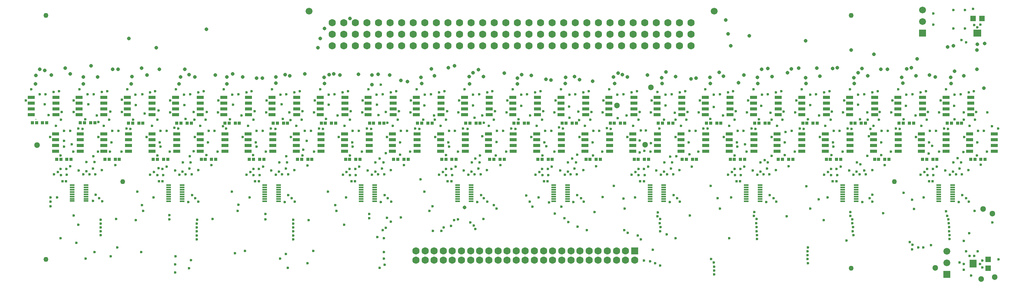
<source format=gbs>
G04*
G04 #@! TF.GenerationSoftware,Altium Limited,Altium Designer,23.2.1 (34)*
G04*
G04 Layer_Color=16711935*
%FSLAX44Y44*%
%MOMM*%
G71*
G04*
G04 #@! TF.SameCoordinates,4AEFFC81-8D6A-4C92-BCC4-55949A9363D9*
G04*
G04*
G04 #@! TF.FilePolarity,Negative*
G04*
G01*
G75*
%ADD34R,0.5200X0.5200*%
%ADD43R,0.6500X0.6500*%
%ADD48C,1.6000*%
%ADD49R,1.6000X1.6000*%
%ADD50C,1.5000*%
%ADD51R,1.5000X1.5000*%
%ADD52C,1.1000*%
%ADD53C,0.3200*%
%ADD54C,0.6000*%
%ADD55C,0.8000*%
%ADD56C,1.3000*%
G04:AMPARAMS|DCode=78|XSize=1.05mm|YSize=0.3mm|CornerRadius=0.0495mm|HoleSize=0mm|Usage=FLASHONLY|Rotation=180.000|XOffset=0mm|YOffset=0mm|HoleType=Round|Shape=RoundedRectangle|*
%AMROUNDEDRECTD78*
21,1,1.0500,0.2010,0,0,180.0*
21,1,0.9510,0.3000,0,0,180.0*
1,1,0.0990,-0.4755,0.1005*
1,1,0.0990,0.4755,0.1005*
1,1,0.0990,0.4755,-0.1005*
1,1,0.0990,-0.4755,-0.1005*
%
%ADD78ROUNDEDRECTD78*%
%ADD80R,1.3000X1.3000*%
%ADD81R,1.6000X1.7000*%
%ADD82R,1.3000X1.3000*%
%ADD83R,1.7000X1.6000*%
%ADD84R,1.6250X0.7500*%
D34*
X308731Y225596D02*
D03*
X300731D02*
D03*
X520021D02*
D03*
X512021D02*
D03*
X731311D02*
D03*
X723311D02*
D03*
X942600D02*
D03*
X934600D02*
D03*
X1153890D02*
D03*
X1145890D02*
D03*
X1365180D02*
D03*
X1357180D02*
D03*
X1576470D02*
D03*
X1568470D02*
D03*
X1787759D02*
D03*
X1779759D02*
D03*
X1999049D02*
D03*
X1991049D02*
D03*
X97396Y225793D02*
D03*
X89396D02*
D03*
D43*
X137817Y353787D02*
D03*
X128817D02*
D03*
X160317D02*
D03*
X151317D02*
D03*
X191755Y273659D02*
D03*
X182755D02*
D03*
X214255D02*
D03*
X205255D02*
D03*
X243409Y353592D02*
D03*
X234408D02*
D03*
X265909D02*
D03*
X256909D02*
D03*
X297685Y273405D02*
D03*
X288685D02*
D03*
X320185D02*
D03*
X311185D02*
D03*
X349399Y353533D02*
D03*
X340399D02*
D03*
X371899D02*
D03*
X362899D02*
D03*
X403095Y273405D02*
D03*
X394095D02*
D03*
X425595D02*
D03*
X416595D02*
D03*
X455063Y353533D02*
D03*
X446063D02*
D03*
X477563D02*
D03*
X468563D02*
D03*
X508505Y273405D02*
D03*
X499505D02*
D03*
X531005D02*
D03*
X522005D02*
D03*
X560727Y353533D02*
D03*
X551727D02*
D03*
X583227D02*
D03*
X574227D02*
D03*
X614169Y273405D02*
D03*
X605169D02*
D03*
X636669D02*
D03*
X627669D02*
D03*
X666391Y353533D02*
D03*
X657391D02*
D03*
X688891D02*
D03*
X679891D02*
D03*
X719579Y273405D02*
D03*
X710579D02*
D03*
X742079D02*
D03*
X733079D02*
D03*
X772055Y353533D02*
D03*
X763055D02*
D03*
X794555D02*
D03*
X785555D02*
D03*
X825243Y273405D02*
D03*
X816243D02*
D03*
X847743D02*
D03*
X838743D02*
D03*
X877719Y353533D02*
D03*
X868719D02*
D03*
X900219D02*
D03*
X891219D02*
D03*
X930653Y273405D02*
D03*
X921653D02*
D03*
X953153D02*
D03*
X944153D02*
D03*
X983383Y353533D02*
D03*
X974383D02*
D03*
X1005883D02*
D03*
X996883D02*
D03*
X1036063Y273405D02*
D03*
X1027063D02*
D03*
X1058563D02*
D03*
X1049563D02*
D03*
X1089047Y353533D02*
D03*
X1080047D02*
D03*
X1111547D02*
D03*
X1102547D02*
D03*
X1141727Y273405D02*
D03*
X1132727D02*
D03*
X1164227D02*
D03*
X1155227D02*
D03*
X1194711Y353533D02*
D03*
X1185711D02*
D03*
X1217211D02*
D03*
X1208211D02*
D03*
X1247137Y273405D02*
D03*
X1238137D02*
D03*
X1269637D02*
D03*
X1260637D02*
D03*
X1300375Y353533D02*
D03*
X1291375D02*
D03*
X1322875D02*
D03*
X1313875D02*
D03*
X1352801Y273405D02*
D03*
X1343801D02*
D03*
X1375301D02*
D03*
X1366301D02*
D03*
X1406039Y353533D02*
D03*
X1397039D02*
D03*
X1428539D02*
D03*
X1419539D02*
D03*
X1458211Y273405D02*
D03*
X1449211D02*
D03*
X1480711D02*
D03*
X1471711D02*
D03*
X1511703Y353533D02*
D03*
X1502703D02*
D03*
X1534203D02*
D03*
X1525203D02*
D03*
X1563875Y273405D02*
D03*
X1554875D02*
D03*
X1586375D02*
D03*
X1577375D02*
D03*
X1617367Y353533D02*
D03*
X1608367D02*
D03*
X1639867D02*
D03*
X1630867D02*
D03*
X1669285Y273405D02*
D03*
X1660285D02*
D03*
X1691785D02*
D03*
X1682785D02*
D03*
X1723031Y353533D02*
D03*
X1714031D02*
D03*
X1745531D02*
D03*
X1736531D02*
D03*
X1774695Y273405D02*
D03*
X1765695D02*
D03*
X1797195D02*
D03*
X1788195D02*
D03*
X1828695Y353533D02*
D03*
X1819695D02*
D03*
X1851195D02*
D03*
X1842195D02*
D03*
X1880359Y273405D02*
D03*
X1871359D02*
D03*
X1902859D02*
D03*
X1893859D02*
D03*
X1934359Y353533D02*
D03*
X1925359D02*
D03*
X1956859D02*
D03*
X1947859D02*
D03*
X1985769Y273405D02*
D03*
X1976769D02*
D03*
X2008269D02*
D03*
X1999269D02*
D03*
X2040023Y353533D02*
D03*
X2031023D02*
D03*
X2062523D02*
D03*
X2053523D02*
D03*
X2091433Y273405D02*
D03*
X2082433D02*
D03*
X2113933D02*
D03*
X2104933D02*
D03*
X45837Y353872D02*
D03*
X54837D02*
D03*
X23337D02*
D03*
X32336D02*
D03*
X86091Y273659D02*
D03*
X77091D02*
D03*
X108075Y273900D02*
D03*
X99074D02*
D03*
D48*
X865000Y51750D02*
D03*
Y71750D02*
D03*
X885000Y51750D02*
D03*
Y71750D02*
D03*
X905000Y51750D02*
D03*
Y71750D02*
D03*
X925000Y51750D02*
D03*
Y71750D02*
D03*
X945000Y51750D02*
D03*
Y71750D02*
D03*
X965000Y51750D02*
D03*
Y71750D02*
D03*
X985000Y51750D02*
D03*
Y71750D02*
D03*
X1005000Y51750D02*
D03*
Y71750D02*
D03*
X1025000Y51750D02*
D03*
Y71750D02*
D03*
X1045000Y51750D02*
D03*
Y71750D02*
D03*
X1065000Y51750D02*
D03*
Y71750D02*
D03*
X1085000Y51750D02*
D03*
Y71750D02*
D03*
X1105000Y51750D02*
D03*
Y71750D02*
D03*
X1125000Y51750D02*
D03*
Y71750D02*
D03*
X1145000Y51750D02*
D03*
Y71750D02*
D03*
X1165000Y51750D02*
D03*
Y71750D02*
D03*
X1185000Y51750D02*
D03*
Y71750D02*
D03*
X1205000Y51750D02*
D03*
Y71750D02*
D03*
X1225000Y51750D02*
D03*
Y71750D02*
D03*
X1245000Y51750D02*
D03*
Y71750D02*
D03*
X1265000Y51750D02*
D03*
Y71750D02*
D03*
X1285000Y51750D02*
D03*
Y71750D02*
D03*
X1305000Y51750D02*
D03*
Y71750D02*
D03*
X1325000Y51750D02*
D03*
Y71750D02*
D03*
X1345000Y51750D02*
D03*
X1468700Y523649D02*
D03*
X1443300D02*
D03*
X1417900D02*
D03*
X1392500D02*
D03*
X1367100D02*
D03*
X1341700D02*
D03*
X1316300D02*
D03*
X1290900D02*
D03*
X1265500D02*
D03*
X1240100D02*
D03*
X1214700D02*
D03*
X1189300D02*
D03*
X1163900D02*
D03*
X1138500D02*
D03*
X1113100D02*
D03*
X1087700D02*
D03*
X1062300D02*
D03*
X1036900D02*
D03*
X1011500D02*
D03*
X986100D02*
D03*
X960700D02*
D03*
X935300D02*
D03*
X909900D02*
D03*
X884500D02*
D03*
X859100D02*
D03*
X833700D02*
D03*
X808300D02*
D03*
X782900D02*
D03*
X757500D02*
D03*
X732100D02*
D03*
X706700D02*
D03*
X681300D02*
D03*
X1468700Y549049D02*
D03*
X1443300D02*
D03*
X1417900D02*
D03*
X1392500D02*
D03*
X1367100D02*
D03*
X1341700D02*
D03*
X1316300D02*
D03*
X1290900D02*
D03*
X1265500D02*
D03*
X1240100D02*
D03*
X1214700D02*
D03*
X1189300D02*
D03*
X1163900D02*
D03*
X1138500D02*
D03*
X1113100D02*
D03*
X1087700D02*
D03*
X1062300D02*
D03*
X1036900D02*
D03*
X1011500D02*
D03*
X986100D02*
D03*
X960700D02*
D03*
X935300D02*
D03*
X909900D02*
D03*
X884500D02*
D03*
X859100D02*
D03*
X833700D02*
D03*
X808300D02*
D03*
X782900D02*
D03*
X757500D02*
D03*
X732100D02*
D03*
X706700D02*
D03*
X681300D02*
D03*
X1468700Y574449D02*
D03*
X1443300D02*
D03*
X1417900D02*
D03*
X1392500D02*
D03*
X1367100D02*
D03*
X1341700D02*
D03*
X1316300D02*
D03*
X1290900D02*
D03*
X1265500D02*
D03*
X1240100D02*
D03*
X1214700D02*
D03*
X1189300D02*
D03*
X1163900D02*
D03*
X1138500D02*
D03*
X1113100D02*
D03*
X1087700D02*
D03*
X1062300D02*
D03*
X1036900D02*
D03*
X1011500D02*
D03*
X986100D02*
D03*
X960700D02*
D03*
X935300D02*
D03*
X909900D02*
D03*
X884500D02*
D03*
X859100D02*
D03*
X833700D02*
D03*
X808300D02*
D03*
X782900D02*
D03*
X757500D02*
D03*
X732100D02*
D03*
X706700D02*
D03*
X681300D02*
D03*
D49*
X1345000Y71750D02*
D03*
D50*
X630500Y599849D02*
D03*
X1519500D02*
D03*
X2030364Y71589D02*
D03*
Y46189D02*
D03*
X1976410Y576656D02*
D03*
Y602056D02*
D03*
D51*
X2030364Y20789D02*
D03*
X1976410Y551256D02*
D03*
D52*
X1820000Y34014D02*
D03*
X53438Y53204D02*
D03*
Y590000D02*
D03*
X1820000D02*
D03*
X1914714Y224453D02*
D03*
X221532D02*
D03*
D53*
X31068Y361949D02*
D03*
D54*
X139460D02*
D03*
X244000Y360949D02*
D03*
X359279Y362949D02*
D03*
X457000Y361949D02*
D03*
X573000Y362949D02*
D03*
X667460D02*
D03*
X783000Y370949D02*
D03*
X881000Y360949D02*
D03*
X994076Y364949D02*
D03*
X1090460Y361949D02*
D03*
X1409000Y360949D02*
D03*
X1511000Y362949D02*
D03*
X1618000Y361949D02*
D03*
X1725000D02*
D03*
X1839257D02*
D03*
X1935000D02*
D03*
X2047000D02*
D03*
X298129Y281949D02*
D03*
X405000Y282949D02*
D03*
X508000D02*
D03*
X719833Y281949D02*
D03*
X830000Y283949D02*
D03*
X931096Y282949D02*
D03*
X1040000Y281949D02*
D03*
X1143000D02*
D03*
X1253931D02*
D03*
X1356000Y288949D02*
D03*
X1465004Y284949D02*
D03*
X1564000Y281949D02*
D03*
X1674000Y282949D02*
D03*
X1777000D02*
D03*
X1886000D02*
D03*
X1990000Y285949D02*
D03*
X616000Y281949D02*
D03*
X1201747Y364696D02*
D03*
X2096000Y281949D02*
D03*
X193531Y290489D02*
D03*
X1307508Y363949D02*
D03*
X85000Y281949D02*
D03*
X468149Y66855D02*
D03*
X490000Y72170D02*
D03*
X639594D02*
D03*
X250000Y140000D02*
D03*
X1013097Y142189D02*
D03*
X875000Y230000D02*
D03*
X206874Y142549D02*
D03*
X418638Y142295D02*
D03*
X630000Y140000D02*
D03*
X1730650Y165101D02*
D03*
X1512343Y54406D02*
D03*
X1760000Y140000D02*
D03*
X1810000Y95000D02*
D03*
X567227Y55310D02*
D03*
X627342Y45139D02*
D03*
X1954376Y85720D02*
D03*
X1953483Y75552D02*
D03*
X1967169Y80015D02*
D03*
X1995000Y84507D02*
D03*
X1978634Y80050D02*
D03*
X1935000Y200000D02*
D03*
X2083210Y18210D02*
D03*
X2000000Y570000D02*
D03*
X2000156Y594879D02*
D03*
X1187250Y341296D02*
D03*
X1178998Y343718D02*
D03*
X1292561Y340849D02*
D03*
X1284092Y342348D02*
D03*
X343216Y341051D02*
D03*
X334820Y342915D02*
D03*
X1083124Y340974D02*
D03*
X1715998Y340465D02*
D03*
X978045Y340843D02*
D03*
X661007Y340752D02*
D03*
X1010508Y324070D02*
D03*
X872206Y340876D02*
D03*
X1399641Y341124D02*
D03*
X1927038Y340593D02*
D03*
X448468Y341073D02*
D03*
X441482Y346088D02*
D03*
X1610432Y340471D02*
D03*
X767202Y340743D02*
D03*
X238421Y340834D02*
D03*
X1821269Y340487D02*
D03*
X2032326Y340471D02*
D03*
X2142623Y341059D02*
D03*
X2128900Y346188D02*
D03*
X584090Y35319D02*
D03*
X580000Y65000D02*
D03*
X785000Y35000D02*
D03*
X796462Y41462D02*
D03*
X795000Y55000D02*
D03*
Y70000D02*
D03*
X195000Y60000D02*
D03*
X85000Y100000D02*
D03*
X140000Y55000D02*
D03*
X120000Y90000D02*
D03*
X160000Y70000D02*
D03*
X210000Y80000D02*
D03*
X475197Y173568D02*
D03*
X473696Y160065D02*
D03*
X262240Y70000D02*
D03*
X337450Y60075D02*
D03*
X371418Y51923D02*
D03*
X366889Y34259D02*
D03*
X1552433Y100000D02*
D03*
X1724256Y62600D02*
D03*
X1723995Y71402D02*
D03*
X1725000Y80000D02*
D03*
X1725042Y44730D02*
D03*
X1724314Y54000D02*
D03*
X1948522Y92020D02*
D03*
X1519710Y37600D02*
D03*
Y29000D02*
D03*
Y20400D02*
D03*
X1518908Y46402D02*
D03*
X336335Y42803D02*
D03*
Y24803D02*
D03*
X780000Y102710D02*
D03*
X795000Y100000D02*
D03*
X792012Y117846D02*
D03*
X799149Y122643D02*
D03*
X810000Y136540D02*
D03*
X1401143Y39608D02*
D03*
X1390000Y45000D02*
D03*
X1378877Y49580D02*
D03*
X1365654Y51357D02*
D03*
X1120609Y169576D02*
D03*
X1274605Y190308D02*
D03*
X1385000Y75000D02*
D03*
X1415000Y108924D02*
D03*
X1435000Y100000D02*
D03*
X1351483Y105698D02*
D03*
X1358460Y97706D02*
D03*
X1330000Y112290D02*
D03*
X1321791Y118207D02*
D03*
X1240000Y117514D02*
D03*
X1219605Y125308D02*
D03*
X1199605Y135308D02*
D03*
X1190752Y144041D02*
D03*
X1115113Y180354D02*
D03*
X1184000Y169949D02*
D03*
X1157136Y178962D02*
D03*
X942400Y127600D02*
D03*
X984729Y134866D02*
D03*
X925631Y123750D02*
D03*
X902433Y116370D02*
D03*
X920850D02*
D03*
X1323000Y164949D02*
D03*
X1532000D02*
D03*
X1958173Y164550D02*
D03*
X991633Y127914D02*
D03*
X995000Y120000D02*
D03*
X1014357Y188236D02*
D03*
X801352Y144853D02*
D03*
X895000Y160239D02*
D03*
X707507Y130000D02*
D03*
X949199Y139868D02*
D03*
X595674Y106400D02*
D03*
Y115000D02*
D03*
Y97800D02*
D03*
X762723Y143850D02*
D03*
X957685Y141264D02*
D03*
X595974Y140995D02*
D03*
X831701Y145659D02*
D03*
X595674Y132400D02*
D03*
Y123800D02*
D03*
X535106Y153039D02*
D03*
Y141384D02*
D03*
X1007727Y195277D02*
D03*
X1021775Y180818D02*
D03*
X999496Y179876D02*
D03*
X1050550Y260648D02*
D03*
X987558Y267252D02*
D03*
X1001908Y253092D02*
D03*
X1021037Y250054D02*
D03*
X1004830Y267252D02*
D03*
X995628Y275321D02*
D03*
X987050Y246932D02*
D03*
X1005968Y281949D02*
D03*
X993654Y240328D02*
D03*
X1007012Y240478D02*
D03*
X970286Y248710D02*
D03*
X980192Y240074D02*
D03*
X944274Y239208D02*
D03*
X943026Y252288D02*
D03*
X915930Y240074D02*
D03*
X924312Y245662D02*
D03*
X931194Y239058D02*
D03*
X951887Y257913D02*
D03*
X930767Y252288D02*
D03*
X1395422Y421889D02*
D03*
X2130000Y134449D02*
D03*
X2143100Y53809D02*
D03*
X2066900Y30949D02*
D03*
Y43649D02*
D03*
X2097380Y71589D02*
D03*
X2102460Y43649D02*
D03*
X2107540Y36029D02*
D03*
Y51269D02*
D03*
X2079600Y61429D02*
D03*
X2071980Y71589D02*
D03*
X2089760Y61429D02*
D03*
X2078765Y110741D02*
D03*
X2066900Y94449D02*
D03*
X124074Y341400D02*
D03*
X62570Y323195D02*
D03*
X109668Y306744D02*
D03*
X93000Y313949D02*
D03*
X106304Y336630D02*
D03*
X93075Y336400D02*
D03*
X74694Y347483D02*
D03*
X133301Y340746D02*
D03*
X113694Y377483D02*
D03*
X87989Y377656D02*
D03*
X86415Y360764D02*
D03*
X92885Y302010D02*
D03*
X113020Y290453D02*
D03*
X59265Y370894D02*
D03*
X508187Y252288D02*
D03*
X598458Y250054D02*
D03*
X582251Y267252D02*
D03*
X579328Y253092D02*
D03*
X571075Y240328D02*
D03*
X584433Y240478D02*
D03*
X557613Y240074D02*
D03*
X564471Y246932D02*
D03*
X564979Y267252D02*
D03*
X580219Y280332D02*
D03*
X547707Y248710D02*
D03*
X529308Y257913D02*
D03*
X500463Y189737D02*
D03*
X627142Y260024D02*
D03*
X585147Y195277D02*
D03*
X592285Y188071D02*
D03*
X576917Y179876D02*
D03*
X599195Y180818D02*
D03*
X493351Y240074D02*
D03*
X508615Y239058D02*
D03*
X501733Y245662D02*
D03*
X521695Y239208D02*
D03*
X520446Y252288D02*
D03*
X787887Y437710D02*
D03*
X323816Y141925D02*
D03*
X1036000Y172949D02*
D03*
X1041816Y165133D02*
D03*
X384384Y97800D02*
D03*
Y106400D02*
D03*
Y115000D02*
D03*
Y123800D02*
D03*
Y132400D02*
D03*
X384685Y140995D02*
D03*
X173301Y141143D02*
D03*
X173000Y132549D02*
D03*
Y123949D02*
D03*
Y115149D02*
D03*
Y106549D02*
D03*
X762723Y153039D02*
D03*
X1395579Y157010D02*
D03*
X1394737Y148452D02*
D03*
X1401148Y142720D02*
D03*
X1606659Y149088D02*
D03*
X1607370Y157659D02*
D03*
X1612438Y142720D02*
D03*
X1818000Y157949D02*
D03*
X1818440Y149027D02*
D03*
X2028000Y158949D02*
D03*
X2030461Y149365D02*
D03*
X324022Y150949D02*
D03*
X1257000Y157659D02*
D03*
X1170000Y153949D02*
D03*
X1400233Y132804D02*
D03*
X1401536Y124304D02*
D03*
X1401119Y115714D02*
D03*
X1611523Y132804D02*
D03*
X1612826Y124304D02*
D03*
X1612409Y115714D02*
D03*
X1613520Y107186D02*
D03*
X1613416Y98587D02*
D03*
X1822403Y141395D02*
D03*
X1822812Y132804D02*
D03*
X1824116Y124304D02*
D03*
X1823699Y115714D02*
D03*
X1824810Y107186D02*
D03*
X2035996Y98587D02*
D03*
X2036099Y107186D02*
D03*
X2034989Y115714D02*
D03*
X2035405Y124304D02*
D03*
X2034102Y132804D02*
D03*
X2033693Y141395D02*
D03*
X1679000Y147949D02*
D03*
X1356000Y314949D02*
D03*
X1369677Y336981D02*
D03*
X1380228Y309456D02*
D03*
X1365840Y291949D02*
D03*
X1358230Y336944D02*
D03*
X1432968Y375949D02*
D03*
X2066952Y376949D02*
D03*
X2067638Y360734D02*
D03*
X2063929Y195277D02*
D03*
X1650162Y188269D02*
D03*
X1866507Y195572D02*
D03*
X1641596Y195277D02*
D03*
X2066192Y289437D02*
D03*
X2053361Y276605D02*
D03*
X1855624Y376949D02*
D03*
X1855836Y281113D02*
D03*
X1862018Y340945D02*
D03*
X1840647Y262489D02*
D03*
X1848620Y249019D02*
D03*
X1642945Y375949D02*
D03*
X1630010Y272292D02*
D03*
X1645764Y280937D02*
D03*
X1637540Y266919D02*
D03*
X1436735Y280688D02*
D03*
X1422540Y279654D02*
D03*
X377000Y377949D02*
D03*
X587656Y376949D02*
D03*
X799000Y377949D02*
D03*
X1221640Y378728D02*
D03*
X1223342Y360021D02*
D03*
X1218945Y284071D02*
D03*
X1208000Y274949D02*
D03*
X799155Y286949D02*
D03*
X785587Y275362D02*
D03*
X625000Y313949D02*
D03*
X618000Y294949D02*
D03*
X377643Y291262D02*
D03*
X167470Y290297D02*
D03*
X378608Y360949D02*
D03*
X1998000Y302949D02*
D03*
X1151000Y302650D02*
D03*
X2046000Y390949D02*
D03*
X1940000D02*
D03*
X1835460Y393949D02*
D03*
X1730000Y392949D02*
D03*
X1623000Y390949D02*
D03*
X1518836Y388949D02*
D03*
X1413000Y391949D02*
D03*
X1201000Y389949D02*
D03*
X1096031Y391479D02*
D03*
X990000Y391949D02*
D03*
X884000D02*
D03*
X779460Y393949D02*
D03*
X673520D02*
D03*
X570000Y394949D02*
D03*
X357000Y392949D02*
D03*
X250000D02*
D03*
X145877Y394949D02*
D03*
X50540D02*
D03*
X464000Y393949D02*
D03*
X2096878Y311071D02*
D03*
X1991214D02*
D03*
X1885804D02*
D03*
X1780140D02*
D03*
X1674730D02*
D03*
X1569320D02*
D03*
X1463656D02*
D03*
X1252582D02*
D03*
X1147172D02*
D03*
X1042000Y311949D02*
D03*
X936098Y311071D02*
D03*
X830688D02*
D03*
X725024D02*
D03*
X513950D02*
D03*
X408540D02*
D03*
X303130D02*
D03*
X197200Y311325D02*
D03*
X114000Y149949D02*
D03*
X124000Y129949D02*
D03*
X1721897Y214430D02*
D03*
X1511899Y214943D02*
D03*
X1299000Y214949D02*
D03*
X1107000Y193949D02*
D03*
X1749000Y185949D02*
D03*
X1320540Y187409D02*
D03*
X1527000Y187949D02*
D03*
X1954000Y184949D02*
D03*
X1226961Y188269D02*
D03*
X1438251D02*
D03*
X1860830D02*
D03*
X2072120D02*
D03*
X263640Y173029D02*
D03*
X901180Y170489D02*
D03*
X266180Y160329D02*
D03*
X687820Y173029D02*
D03*
X690360Y160329D02*
D03*
X253580Y202817D02*
D03*
X460880Y202429D02*
D03*
X672161Y202277D02*
D03*
X883687Y202272D02*
D03*
X803574Y188071D02*
D03*
X380995D02*
D03*
X169660Y188269D02*
D03*
X62980Y170489D02*
D03*
Y180649D02*
D03*
X63554Y189935D02*
D03*
X156146Y182374D02*
D03*
X2087283Y604556D02*
D03*
X2069503Y602016D02*
D03*
X2044103D02*
D03*
X2044733Y561363D02*
D03*
X2072043Y530896D02*
D03*
X2061883Y535976D02*
D03*
X2058125Y46574D02*
D03*
X2069683Y561456D02*
D03*
X2104071Y570026D02*
D03*
X2090278Y569277D02*
D03*
X2096974Y564429D02*
D03*
X1135602Y245662D02*
D03*
X1127220Y240074D02*
D03*
X1155564Y239208D02*
D03*
X1074046Y341146D02*
D03*
X1144629Y379404D02*
D03*
X1056276Y336376D02*
D03*
X1130331Y347229D02*
D03*
X1169331Y377229D02*
D03*
X1142050Y360509D02*
D03*
X1148710Y336146D02*
D03*
X1118206Y322941D02*
D03*
X1161940Y336376D02*
D03*
X1171190Y403069D02*
D03*
X1063667Y377229D02*
D03*
X1115976Y370327D02*
D03*
X1065527Y403069D02*
D03*
X721973Y379404D02*
D03*
X693320Y370327D02*
D03*
X708183Y347229D02*
D03*
X726373Y301756D02*
D03*
X696058Y322941D02*
D03*
X726562Y336146D02*
D03*
X739792Y336376D02*
D03*
X652152Y341146D02*
D03*
X959863Y403069D02*
D03*
X927323Y423275D02*
D03*
X897932Y416504D02*
D03*
X884703Y416275D02*
D03*
X950866Y336376D02*
D03*
X904648Y370327D02*
D03*
X930908Y360578D02*
D03*
X906858Y360608D02*
D03*
X933636Y379404D02*
D03*
X919257Y347229D02*
D03*
X937447Y301756D02*
D03*
X907132Y322941D02*
D03*
X937636Y336146D02*
D03*
X1003596Y416504D02*
D03*
X1127031Y421275D02*
D03*
X1109260Y416504D02*
D03*
X1138651Y423275D02*
D03*
X1032987D02*
D03*
X990367Y416275D02*
D03*
X1021367Y421275D02*
D03*
X1077651Y427358D02*
D03*
X1096031Y416275D02*
D03*
X1013673Y353813D02*
D03*
X1010312Y370327D02*
D03*
X1024667Y347229D02*
D03*
X1038964Y379404D02*
D03*
X1043046Y336146D02*
D03*
X1036386Y360509D02*
D03*
X968636Y341146D02*
D03*
X958257Y377229D02*
D03*
X827636Y379404D02*
D03*
X802345Y354434D02*
D03*
X813847Y347229D02*
D03*
X863226Y341146D02*
D03*
X832226Y336146D02*
D03*
X852847Y377229D02*
D03*
X825566Y360509D02*
D03*
X801722Y322941D02*
D03*
X845456Y336376D02*
D03*
X711753Y189737D02*
D03*
X731736Y252288D02*
D03*
X782365Y240328D02*
D03*
X719477Y252288D02*
D03*
X775761Y246932D02*
D03*
X758997Y248710D02*
D03*
X713023Y245662D02*
D03*
X719905Y239058D02*
D03*
X795723Y240478D02*
D03*
X768903Y240074D02*
D03*
X732985Y239208D02*
D03*
X704641Y240074D02*
D03*
X796437Y195277D02*
D03*
X1134332Y189737D02*
D03*
X1142057Y252288D02*
D03*
X1168655Y290199D02*
D03*
X1163177Y257913D02*
D03*
X1154315Y252288D02*
D03*
X1142484Y239058D02*
D03*
X475276Y416504D02*
D03*
X493047Y421275D02*
D03*
X610331Y423275D02*
D03*
X580940Y416504D02*
D03*
X598711Y421275D02*
D03*
X549331Y427358D02*
D03*
X537206Y403069D02*
D03*
X567711Y416275D02*
D03*
X642870Y403069D02*
D03*
X536109Y377229D02*
D03*
X621152Y336146D02*
D03*
X590648Y322941D02*
D03*
X528718Y336376D02*
D03*
X546488Y341146D02*
D03*
X590156Y360354D02*
D03*
X557038Y340542D02*
D03*
X641097Y290199D02*
D03*
X602772Y347229D02*
D03*
X614492Y360509D02*
D03*
X616309Y379404D02*
D03*
X641773Y377229D02*
D03*
X634382Y336376D02*
D03*
X497108Y347229D02*
D03*
X515299Y301756D02*
D03*
X504667Y423275D02*
D03*
X484984Y322941D02*
D03*
X515489Y336146D02*
D03*
X508829Y360509D02*
D03*
X511488Y379404D02*
D03*
X481992Y370327D02*
D03*
X535434Y290199D02*
D03*
X1470677Y257484D02*
D03*
X2089627Y423275D02*
D03*
X2078007Y421275D02*
D03*
X2047007Y416275D02*
D03*
X2060236Y416504D02*
D03*
X2067912Y322941D02*
D03*
X2094335Y377711D02*
D03*
X2098416Y336146D02*
D03*
X2080036Y347229D02*
D03*
X2091756Y360509D02*
D03*
X2111646Y336376D02*
D03*
X2050103Y240328D02*
D03*
X2078224Y180818D02*
D03*
X2058356Y253092D02*
D03*
X2061279Y267252D02*
D03*
X2104406Y261548D02*
D03*
X2077486Y250054D02*
D03*
X2118362Y290199D02*
D03*
X2063461Y240478D02*
D03*
X788207Y179876D02*
D03*
X810485Y180818D02*
D03*
X971987Y427358D02*
D03*
X915703Y421275D02*
D03*
X20940Y427697D02*
D03*
X81940Y423614D02*
D03*
X70320Y421614D02*
D03*
X39320Y416614D02*
D03*
X52549Y416843D02*
D03*
X211968Y336630D02*
D03*
X198738Y336400D02*
D03*
X180359Y347483D02*
D03*
X229739Y341400D02*
D03*
X99070Y239405D02*
D03*
X85990Y239256D02*
D03*
X97822Y252485D02*
D03*
X70726Y240271D02*
D03*
X77838Y189935D02*
D03*
X106683Y258111D02*
D03*
X85563Y252485D02*
D03*
X79108Y245860D02*
D03*
X114297Y403323D02*
D03*
X264917Y417034D02*
D03*
X281392Y421334D02*
D03*
X144801Y416529D02*
D03*
X158030Y416758D02*
D03*
X219609Y404803D02*
D03*
X126421Y427612D02*
D03*
X175801Y421529D02*
D03*
X187421Y423529D02*
D03*
X232012Y427417D02*
D03*
X293012Y423334D02*
D03*
X249545Y416225D02*
D03*
X324613Y290199D02*
D03*
X325289Y377229D02*
D03*
X336417Y248710D02*
D03*
X325878Y403069D02*
D03*
X317898Y336376D02*
D03*
X318018Y257913D02*
D03*
X338003Y427358D02*
D03*
X346323Y240074D02*
D03*
X353689Y267252D02*
D03*
X379574Y322941D02*
D03*
X356383Y416275D02*
D03*
X387383Y421275D02*
D03*
X359785Y240328D02*
D03*
X368929Y280332D02*
D03*
X387168Y250054D02*
D03*
X353181Y246932D02*
D03*
X370961Y267252D02*
D03*
X373143Y240478D02*
D03*
X369612Y416504D02*
D03*
X368038Y253092D02*
D03*
X399003Y423275D02*
D03*
X387906Y180818D02*
D03*
X403419Y360509D02*
D03*
X373857Y195277D02*
D03*
X410079Y336146D02*
D03*
X416681Y260648D02*
D03*
X423308Y336376D02*
D03*
X405997Y377584D02*
D03*
X365627Y179876D02*
D03*
X391698Y347229D02*
D03*
X148450Y240525D02*
D03*
X176571Y181016D02*
D03*
X156704Y253290D02*
D03*
X161808Y240675D02*
D03*
X175833Y250251D02*
D03*
X205346Y260846D02*
D03*
X162522Y195474D02*
D03*
X286289Y347229D02*
D03*
X168234Y323195D02*
D03*
X304478Y301756D02*
D03*
X274164Y322941D02*
D03*
X304669Y336146D02*
D03*
X218683Y290453D02*
D03*
X168409Y355481D02*
D03*
X192079Y360764D02*
D03*
X300669Y381557D02*
D03*
X298008Y360509D02*
D03*
X164746Y370581D02*
D03*
X194326Y378388D02*
D03*
X269932Y374324D02*
D03*
X219609Y377483D02*
D03*
X282061Y240074D02*
D03*
X309156Y252288D02*
D03*
X290443Y245662D02*
D03*
X297325Y239058D02*
D03*
X310405Y239208D02*
D03*
X289173Y189737D02*
D03*
X300065Y253994D02*
D03*
X141846Y247129D02*
D03*
X157594Y280529D02*
D03*
X134988Y240271D02*
D03*
X125082Y248908D02*
D03*
X142354Y267449D02*
D03*
X159626D02*
D03*
X1987216Y252288D02*
D03*
X1999474D02*
D03*
X1987643Y239058D02*
D03*
X2000723Y239208D02*
D03*
X1979491Y189737D02*
D03*
X1980761Y245662D02*
D03*
X2043499Y246932D02*
D03*
X2036641Y240074D02*
D03*
X2008336Y257913D02*
D03*
X2026735Y248710D02*
D03*
X2044007Y267252D02*
D03*
X1972379Y240074D02*
D03*
X1983963Y423275D02*
D03*
X1907962Y377229D02*
D03*
X1922963Y427358D02*
D03*
X1988752Y377621D02*
D03*
X1972343Y421275D02*
D03*
X1961288Y370327D02*
D03*
X1941343Y416275D02*
D03*
X1954572Y416504D02*
D03*
X2016503Y403069D02*
D03*
X1910838D02*
D03*
X2028627Y427358D02*
D03*
X1986093Y360509D02*
D03*
X2013372Y377229D02*
D03*
X1549687Y421275D02*
D03*
X1538632Y370327D02*
D03*
X1566859Y379404D02*
D03*
X1561307Y423275D02*
D03*
X1591478Y377229D02*
D03*
X1564198Y360509D02*
D03*
X1540354Y322941D02*
D03*
X1570858Y336146D02*
D03*
X1584088Y336376D02*
D03*
X1593846Y403069D02*
D03*
X1552478Y347229D02*
D03*
X1761015Y421275D02*
D03*
X1711635Y427358D02*
D03*
X1743244Y416504D02*
D03*
X1772635Y423275D02*
D03*
X1730015Y416275D02*
D03*
X1699510Y403069D02*
D03*
X1832717Y267252D02*
D03*
X1761089Y240074D02*
D03*
X1815445Y248710D02*
D03*
X1838813Y240328D02*
D03*
X1832209Y246932D02*
D03*
X1797046Y257913D02*
D03*
X1769471Y245662D02*
D03*
X1789433Y239208D02*
D03*
X1776353Y239058D02*
D03*
X1775926Y252288D02*
D03*
X1788185D02*
D03*
X1893840Y260786D02*
D03*
X1682767Y258754D02*
D03*
X1655644Y180818D02*
D03*
X1633366Y179876D02*
D03*
X1621428Y267252D02*
D03*
X1654907Y250054D02*
D03*
X1620920Y246932D02*
D03*
X1640882Y240478D02*
D03*
X1627524Y240328D02*
D03*
X1848908Y416504D02*
D03*
X1878299Y423275D02*
D03*
X1866679Y421275D02*
D03*
X1835679Y416275D02*
D03*
X1805175Y403069D02*
D03*
X1817299Y427358D02*
D03*
X1900572Y336376D02*
D03*
X1962248Y322941D02*
D03*
X1992753Y336146D02*
D03*
X2012697Y290199D02*
D03*
X1974373Y347229D02*
D03*
X2005982Y336376D02*
D03*
X1907287Y290199D02*
D03*
X1918342Y341146D02*
D03*
X2023752D02*
D03*
X1604156Y248710D02*
D03*
X1578144Y239208D02*
D03*
X1576895Y252288D02*
D03*
X1564636D02*
D03*
X1565064Y239058D02*
D03*
X1558182Y245662D02*
D03*
X1590804Y290199D02*
D03*
X1866934Y180818D02*
D03*
X1844655Y179876D02*
D03*
X1890000Y154949D02*
D03*
X1768201Y189737D02*
D03*
X1605971Y427358D02*
D03*
X1676414Y333746D02*
D03*
X1645490Y361155D02*
D03*
X1666971Y423275D02*
D03*
X1624351Y416275D02*
D03*
X1655351Y421275D02*
D03*
X1637580Y416504D02*
D03*
X1672269Y379004D02*
D03*
X1657888Y347229D02*
D03*
X1669608Y360509D02*
D03*
X1645764Y322941D02*
D03*
X1601859Y341146D02*
D03*
X1856564Y361125D02*
D03*
X1868963Y347229D02*
D03*
X1883006Y377711D02*
D03*
X1880683Y360509D02*
D03*
X1887343Y336146D02*
D03*
X1801624Y290199D02*
D03*
X1812679Y341146D02*
D03*
X1802298Y377229D02*
D03*
X1781488Y301756D02*
D03*
X1781678Y336146D02*
D03*
X1794908Y336376D02*
D03*
X1858695Y324426D02*
D03*
X1696214Y290199D02*
D03*
X1751174Y322941D02*
D03*
X1763298Y347229D02*
D03*
X1775018Y360509D02*
D03*
X1696888Y377229D02*
D03*
X1777596Y378337D02*
D03*
X1707269Y341146D02*
D03*
X1749960Y370327D02*
D03*
X1689498Y336376D02*
D03*
X1198340Y246932D02*
D03*
X1191482Y240074D02*
D03*
X1204944Y240328D02*
D03*
X1274065Y290199D02*
D03*
X1181576Y248710D02*
D03*
X1216120Y267252D02*
D03*
X1198848D02*
D03*
X1260365Y258500D02*
D03*
X1213197Y253092D02*
D03*
X1218302Y240478D02*
D03*
X1232327Y250054D02*
D03*
X1374467Y257913D02*
D03*
X1392866Y248710D02*
D03*
X1346892Y245662D02*
D03*
X1353774Y239058D02*
D03*
X1353346Y252288D02*
D03*
X1365605D02*
D03*
X1366854Y239208D02*
D03*
X1402772Y240074D02*
D03*
X1338510D02*
D03*
X1214924Y416504D02*
D03*
X1288979Y427358D02*
D03*
X1201695Y416275D02*
D03*
X1183315Y427358D02*
D03*
X1232695Y421275D02*
D03*
X1276854Y403069D02*
D03*
X1244315Y423275D02*
D03*
X1355784Y377621D02*
D03*
X1341405Y347229D02*
D03*
X1329280Y322941D02*
D03*
X1353125Y360509D02*
D03*
X1327304Y370327D02*
D03*
X1345622Y189737D02*
D03*
X1422076Y179876D02*
D03*
X1444354Y180818D02*
D03*
X1430306Y195277D02*
D03*
X1466000Y149949D02*
D03*
X1556912Y189737D02*
D03*
X1219016Y195277D02*
D03*
X1233064Y180818D02*
D03*
X1210786Y179876D02*
D03*
X1379729Y290199D02*
D03*
X1485139D02*
D03*
X1587452Y306490D02*
D03*
X1570668Y301756D02*
D03*
X1382518Y403069D02*
D03*
X1478424Y336376D02*
D03*
X1458535Y360509D02*
D03*
X1380405Y377229D02*
D03*
X1465195Y336146D02*
D03*
X1460858Y378134D02*
D03*
X1446815Y347229D02*
D03*
X1434690Y322941D02*
D03*
X1434416Y361191D02*
D03*
X1250120Y377621D02*
D03*
X1235741Y347229D02*
D03*
X1274741Y377229D02*
D03*
X1247460Y360509D02*
D03*
X1223616Y322941D02*
D03*
X1254120Y336146D02*
D03*
X1267350Y336376D02*
D03*
X1488183Y403069D02*
D03*
X1504818Y341092D02*
D03*
X1500307Y427358D02*
D03*
X1518687Y416275D02*
D03*
X1485815Y377229D02*
D03*
X1495569Y341050D02*
D03*
X1531916Y416504D02*
D03*
X1416234Y240328D02*
D03*
X1429592Y240478D02*
D03*
X1410138Y267252D02*
D03*
X1443617Y250054D02*
D03*
X1424487Y253092D02*
D03*
X1409630Y246932D02*
D03*
X1427410Y267252D02*
D03*
X1549800Y240074D02*
D03*
X1455643Y423275D02*
D03*
X1320588Y416504D02*
D03*
X1307359Y416275D02*
D03*
X1426252Y416504D02*
D03*
X1413023Y416275D02*
D03*
X1338359Y421275D02*
D03*
X1444023D02*
D03*
X1349979Y423275D02*
D03*
X1852171Y240478D02*
D03*
X1825351Y240074D02*
D03*
X1866196Y250054D02*
D03*
X1635777Y253092D02*
D03*
X1585757Y257913D02*
D03*
X1614062Y240074D02*
D03*
X2119037Y377229D02*
D03*
X2091000Y159949D02*
D03*
X8816Y403408D02*
D03*
X2055945Y179876D02*
D03*
X431543Y403069D02*
D03*
X430699Y377229D02*
D03*
X462047Y416275D02*
D03*
X430023Y290199D02*
D03*
X443667Y427358D02*
D03*
X957581Y290199D02*
D03*
X1062991D02*
D03*
X809748Y250054D02*
D03*
X838471Y261294D02*
D03*
X740598Y257913D02*
D03*
X790618Y253092D02*
D03*
X793541Y267252D02*
D03*
X776269D02*
D03*
X852171Y290199D02*
D03*
X746507D02*
D03*
X757562Y341146D02*
D03*
X747505Y377229D02*
D03*
X719902Y360509D02*
D03*
X654995Y427358D02*
D03*
X704375Y421275D02*
D03*
X715995Y423275D02*
D03*
X866323Y427358D02*
D03*
X748534Y403069D02*
D03*
X779039Y416275D02*
D03*
X686604Y416504D02*
D03*
X673375Y416275D02*
D03*
X854199Y403069D02*
D03*
X760659Y427358D02*
D03*
X821659Y423275D02*
D03*
X810039Y421275D02*
D03*
X792268Y416504D02*
D03*
D55*
X720123Y583591D02*
D03*
X2005000Y455000D02*
D03*
X2111414Y430000D02*
D03*
X1318297Y459538D02*
D03*
X1545000Y580000D02*
D03*
X972012Y167840D02*
D03*
X2095677Y514380D02*
D03*
X30637Y457820D02*
D03*
X2038938Y440794D02*
D03*
X2038836Y454174D02*
D03*
X1933519Y440895D02*
D03*
X1930783Y454376D02*
D03*
X1826886Y440490D02*
D03*
X1825872Y453363D02*
D03*
X1751635Y456557D02*
D03*
X1721277Y440416D02*
D03*
X1719974Y453449D02*
D03*
X1646588Y455755D02*
D03*
X1614807Y440115D02*
D03*
X1614406Y453950D02*
D03*
X1539917Y456959D02*
D03*
X1510527Y453650D02*
D03*
X1511027Y440706D02*
D03*
X1405175Y440618D02*
D03*
X1434643Y455856D02*
D03*
X1404373Y453550D02*
D03*
X1329197Y454726D02*
D03*
X1298403Y454478D02*
D03*
X1223816Y449287D02*
D03*
X1193003Y440796D02*
D03*
X1193535Y453605D02*
D03*
X1117844Y458358D02*
D03*
X1087871Y452063D02*
D03*
X1087988Y439995D02*
D03*
X1013397Y455972D02*
D03*
X982707Y439196D02*
D03*
X982207Y455672D02*
D03*
X875899Y453975D02*
D03*
X898665Y472348D02*
D03*
X768276Y459373D02*
D03*
X768801Y437616D02*
D03*
X807409Y459073D02*
D03*
X782005Y461074D02*
D03*
X698111Y459312D02*
D03*
X684513Y461869D02*
D03*
X664525Y440057D02*
D03*
X663321Y453732D02*
D03*
X621311Y461937D02*
D03*
X558077Y441698D02*
D03*
X557639Y454608D02*
D03*
X578147Y459914D02*
D03*
X485000Y454449D02*
D03*
X450000D02*
D03*
Y439449D02*
D03*
X380000Y454449D02*
D03*
X345000Y439449D02*
D03*
X348223Y454449D02*
D03*
X275000Y459449D02*
D03*
X240000Y439449D02*
D03*
X166901Y454902D02*
D03*
X135000Y439449D02*
D03*
Y454449D02*
D03*
X30000Y439449D02*
D03*
X65000Y459449D02*
D03*
X106189Y461949D02*
D03*
X1596886Y545199D02*
D03*
X1705000Y474449D02*
D03*
X1585000Y459449D02*
D03*
X1550000Y549449D02*
D03*
X1556281Y523707D02*
D03*
X1952483Y475409D02*
D03*
X1720000Y534449D02*
D03*
X1680000Y464449D02*
D03*
X1820000Y514449D02*
D03*
X1789792Y475409D02*
D03*
X1843711Y473360D02*
D03*
X1835000Y464449D02*
D03*
X1870000Y504449D02*
D03*
X1745000Y474449D02*
D03*
X1899502Y471627D02*
D03*
X1965000Y494449D02*
D03*
X1992003Y458816D02*
D03*
X2047130Y467974D02*
D03*
X1096765Y460200D02*
D03*
X1213261Y455766D02*
D03*
X1479291Y452385D02*
D03*
X1572529Y442356D02*
D03*
X1530831Y465362D02*
D03*
X1468734Y450357D02*
D03*
X1414027Y465701D02*
D03*
X1150000Y449449D02*
D03*
X1161709Y447740D02*
D03*
X1373280Y459449D02*
D03*
X1253036Y445532D02*
D03*
X950000Y479449D02*
D03*
X990000Y464449D02*
D03*
X1002045Y470791D02*
D03*
X235000Y539449D02*
D03*
X295000Y519449D02*
D03*
X405000Y559449D02*
D03*
X650000Y519449D02*
D03*
X655000Y539449D02*
D03*
X664259Y561349D02*
D03*
X95000Y474449D02*
D03*
X39894Y471860D02*
D03*
X50351Y469365D02*
D03*
X832083Y446943D02*
D03*
X846788Y444291D02*
D03*
X674092Y460224D02*
D03*
X739146Y461074D02*
D03*
X425000Y459449D02*
D03*
X515123Y451947D02*
D03*
X463213Y462048D02*
D03*
X367064Y459678D02*
D03*
X1308471Y463239D02*
D03*
X1885000Y471949D02*
D03*
X1624000D02*
D03*
X1059000Y462949D02*
D03*
X936000Y474949D02*
D03*
X358215Y472164D02*
D03*
X528000Y451949D02*
D03*
X2044103Y523276D02*
D03*
X2031403Y520736D02*
D03*
X2112683Y528356D02*
D03*
X2097183Y526456D02*
D03*
X152500Y479449D02*
D03*
X878043Y440638D02*
D03*
X905323Y457358D02*
D03*
X588331D02*
D03*
X1961963D02*
D03*
X1942101Y472622D02*
D03*
X1856299Y457358D02*
D03*
X1637047Y473892D02*
D03*
X1779286Y473130D02*
D03*
X1689117Y472876D02*
D03*
X2067627Y457358D02*
D03*
X2096024Y472114D02*
D03*
X242078Y455604D02*
D03*
X302022Y471606D02*
D03*
X211345Y472114D02*
D03*
X199407Y471860D02*
D03*
X1300699Y440638D02*
D03*
X262906Y474400D02*
D03*
D56*
X2135000Y15000D02*
D03*
X2105000Y10000D02*
D03*
X33960Y305000D02*
D03*
X2110000Y164449D02*
D03*
X2130000Y154449D02*
D03*
X2005000Y35000D02*
D03*
X1380761Y431921D02*
D03*
X1368000Y305949D02*
D03*
X1306000Y391949D02*
D03*
D78*
X322179Y216680D02*
D03*
Y211680D02*
D03*
Y206680D02*
D03*
Y201680D02*
D03*
Y196680D02*
D03*
Y191680D02*
D03*
Y186680D02*
D03*
Y181680D02*
D03*
X352179D02*
D03*
Y186680D02*
D03*
Y191680D02*
D03*
Y196680D02*
D03*
Y201680D02*
D03*
Y206680D02*
D03*
Y211680D02*
D03*
Y216680D02*
D03*
X563469D02*
D03*
Y211680D02*
D03*
Y206680D02*
D03*
Y201680D02*
D03*
Y196680D02*
D03*
Y191680D02*
D03*
Y186680D02*
D03*
Y181680D02*
D03*
X533469D02*
D03*
Y186680D02*
D03*
Y191680D02*
D03*
Y196680D02*
D03*
Y201680D02*
D03*
Y206680D02*
D03*
Y211680D02*
D03*
Y216680D02*
D03*
X744759D02*
D03*
Y211680D02*
D03*
Y206680D02*
D03*
Y201680D02*
D03*
Y196680D02*
D03*
Y191680D02*
D03*
Y186680D02*
D03*
Y181680D02*
D03*
X774759D02*
D03*
Y186680D02*
D03*
Y191680D02*
D03*
Y196680D02*
D03*
Y201680D02*
D03*
Y206680D02*
D03*
Y211680D02*
D03*
Y216680D02*
D03*
X986048D02*
D03*
Y211680D02*
D03*
Y206680D02*
D03*
Y201680D02*
D03*
Y196680D02*
D03*
Y191680D02*
D03*
Y186680D02*
D03*
Y181680D02*
D03*
X956048D02*
D03*
Y186680D02*
D03*
Y191680D02*
D03*
Y196680D02*
D03*
Y201680D02*
D03*
Y206680D02*
D03*
Y211680D02*
D03*
Y216680D02*
D03*
X1167338D02*
D03*
Y211680D02*
D03*
Y206680D02*
D03*
Y201680D02*
D03*
Y196680D02*
D03*
Y191680D02*
D03*
Y186680D02*
D03*
Y181680D02*
D03*
X1197338D02*
D03*
Y186680D02*
D03*
Y191680D02*
D03*
Y196680D02*
D03*
Y201680D02*
D03*
Y206680D02*
D03*
Y211680D02*
D03*
Y216680D02*
D03*
X1408628D02*
D03*
Y211680D02*
D03*
Y206680D02*
D03*
Y201680D02*
D03*
Y196680D02*
D03*
Y191680D02*
D03*
Y186680D02*
D03*
Y181680D02*
D03*
X1378628D02*
D03*
Y186680D02*
D03*
Y191680D02*
D03*
Y196680D02*
D03*
Y201680D02*
D03*
Y206680D02*
D03*
Y211680D02*
D03*
Y216680D02*
D03*
X1589918D02*
D03*
Y211680D02*
D03*
Y206680D02*
D03*
Y201680D02*
D03*
Y196680D02*
D03*
Y191680D02*
D03*
Y186680D02*
D03*
Y181680D02*
D03*
X1619918D02*
D03*
Y186680D02*
D03*
Y191680D02*
D03*
Y196680D02*
D03*
Y201680D02*
D03*
Y206680D02*
D03*
Y211680D02*
D03*
Y216680D02*
D03*
X1831207D02*
D03*
Y211680D02*
D03*
Y206680D02*
D03*
Y201680D02*
D03*
Y196680D02*
D03*
Y191680D02*
D03*
Y186680D02*
D03*
Y181680D02*
D03*
X1801207D02*
D03*
Y186680D02*
D03*
Y191680D02*
D03*
Y196680D02*
D03*
Y201680D02*
D03*
Y206680D02*
D03*
Y211680D02*
D03*
Y216680D02*
D03*
X2012497D02*
D03*
Y211680D02*
D03*
Y206680D02*
D03*
Y201680D02*
D03*
Y196680D02*
D03*
Y191680D02*
D03*
Y186680D02*
D03*
Y181680D02*
D03*
X2042497D02*
D03*
Y186680D02*
D03*
Y191680D02*
D03*
Y196680D02*
D03*
Y201680D02*
D03*
Y206680D02*
D03*
Y211680D02*
D03*
Y216680D02*
D03*
X140844Y216877D02*
D03*
Y211877D02*
D03*
Y206877D02*
D03*
Y201877D02*
D03*
Y196877D02*
D03*
Y191877D02*
D03*
Y186877D02*
D03*
Y181877D02*
D03*
X110844D02*
D03*
Y186877D02*
D03*
Y191877D02*
D03*
Y196877D02*
D03*
Y201877D02*
D03*
Y206877D02*
D03*
Y211877D02*
D03*
Y216877D02*
D03*
D80*
X2120240Y53809D02*
D03*
Y33809D02*
D03*
D81*
X2087740Y43809D02*
D03*
D82*
X2107183Y583456D02*
D03*
X2087183D02*
D03*
D83*
X2097183Y550956D02*
D03*
D84*
X180437Y371737D02*
D03*
Y384437D02*
D03*
Y397137D02*
D03*
Y409837D02*
D03*
X126197D02*
D03*
Y397137D02*
D03*
Y384437D02*
D03*
Y371737D02*
D03*
X234375Y291609D02*
D03*
Y304308D02*
D03*
Y317008D02*
D03*
Y329709D02*
D03*
X180135D02*
D03*
Y317008D02*
D03*
Y304308D02*
D03*
Y291609D02*
D03*
X286029Y371543D02*
D03*
Y384243D02*
D03*
Y396942D02*
D03*
Y409642D02*
D03*
X231789D02*
D03*
Y396942D02*
D03*
Y384243D02*
D03*
Y371543D02*
D03*
X340305Y291355D02*
D03*
Y304055D02*
D03*
Y316754D02*
D03*
Y329454D02*
D03*
X286065D02*
D03*
Y316754D02*
D03*
Y304055D02*
D03*
Y291355D02*
D03*
X392019Y371483D02*
D03*
Y384183D02*
D03*
Y396883D02*
D03*
Y409583D02*
D03*
X337779D02*
D03*
Y396883D02*
D03*
Y384183D02*
D03*
Y371483D02*
D03*
X445715Y291355D02*
D03*
Y304055D02*
D03*
Y316754D02*
D03*
Y329454D02*
D03*
X391475D02*
D03*
Y316754D02*
D03*
Y304055D02*
D03*
Y291355D02*
D03*
X497683Y371483D02*
D03*
Y384183D02*
D03*
Y396883D02*
D03*
Y409583D02*
D03*
X443443D02*
D03*
Y396883D02*
D03*
Y384183D02*
D03*
Y371483D02*
D03*
X551125Y291355D02*
D03*
Y304055D02*
D03*
Y316754D02*
D03*
Y329454D02*
D03*
X496885D02*
D03*
Y316754D02*
D03*
Y304055D02*
D03*
Y291355D02*
D03*
X603347Y371483D02*
D03*
Y384183D02*
D03*
Y396883D02*
D03*
Y409583D02*
D03*
X549107D02*
D03*
Y396883D02*
D03*
Y384183D02*
D03*
Y371483D02*
D03*
X656789Y291355D02*
D03*
Y304055D02*
D03*
Y316754D02*
D03*
Y329454D02*
D03*
X602549D02*
D03*
Y316754D02*
D03*
Y304055D02*
D03*
Y291355D02*
D03*
X709011Y371483D02*
D03*
Y384183D02*
D03*
Y396883D02*
D03*
Y409583D02*
D03*
X654771D02*
D03*
Y396883D02*
D03*
Y384183D02*
D03*
Y371483D02*
D03*
X762199Y291355D02*
D03*
Y304055D02*
D03*
Y316754D02*
D03*
Y329454D02*
D03*
X707959D02*
D03*
Y316754D02*
D03*
Y304055D02*
D03*
Y291355D02*
D03*
X814675Y371483D02*
D03*
Y384183D02*
D03*
Y396883D02*
D03*
Y409583D02*
D03*
X760435D02*
D03*
Y396883D02*
D03*
Y384183D02*
D03*
Y371483D02*
D03*
X867863Y291355D02*
D03*
Y304055D02*
D03*
Y316754D02*
D03*
Y329454D02*
D03*
X813623D02*
D03*
Y316754D02*
D03*
Y304055D02*
D03*
Y291355D02*
D03*
X920339Y371483D02*
D03*
Y384183D02*
D03*
Y396883D02*
D03*
Y409583D02*
D03*
X866099D02*
D03*
Y396883D02*
D03*
Y384183D02*
D03*
Y371483D02*
D03*
X973273Y291355D02*
D03*
Y304055D02*
D03*
Y316754D02*
D03*
Y329454D02*
D03*
X919033D02*
D03*
Y316754D02*
D03*
Y304055D02*
D03*
Y291355D02*
D03*
X1026003Y371483D02*
D03*
Y384183D02*
D03*
Y396883D02*
D03*
Y409583D02*
D03*
X971763D02*
D03*
Y396883D02*
D03*
Y384183D02*
D03*
Y371483D02*
D03*
X1078683Y291355D02*
D03*
Y304055D02*
D03*
Y316754D02*
D03*
Y329454D02*
D03*
X1024443D02*
D03*
Y316754D02*
D03*
Y304055D02*
D03*
Y291355D02*
D03*
X1131667Y371483D02*
D03*
Y384183D02*
D03*
Y396883D02*
D03*
Y409583D02*
D03*
X1077427D02*
D03*
Y396883D02*
D03*
Y384183D02*
D03*
Y371483D02*
D03*
X1184347Y291355D02*
D03*
Y304055D02*
D03*
Y316754D02*
D03*
Y329454D02*
D03*
X1130107D02*
D03*
Y316754D02*
D03*
Y304055D02*
D03*
Y291355D02*
D03*
X1237331Y371483D02*
D03*
Y384183D02*
D03*
Y396883D02*
D03*
Y409583D02*
D03*
X1183091D02*
D03*
Y396883D02*
D03*
Y384183D02*
D03*
Y371483D02*
D03*
X1289757Y291355D02*
D03*
Y304055D02*
D03*
Y316754D02*
D03*
Y329454D02*
D03*
X1235517D02*
D03*
Y316754D02*
D03*
Y304055D02*
D03*
Y291355D02*
D03*
X1342995Y371483D02*
D03*
Y384183D02*
D03*
Y396883D02*
D03*
Y409583D02*
D03*
X1288755D02*
D03*
Y396883D02*
D03*
Y384183D02*
D03*
Y371483D02*
D03*
X1395421Y291355D02*
D03*
Y304055D02*
D03*
Y316754D02*
D03*
Y329454D02*
D03*
X1341181D02*
D03*
Y316754D02*
D03*
Y304055D02*
D03*
Y291355D02*
D03*
X1448659Y371483D02*
D03*
Y384183D02*
D03*
Y396883D02*
D03*
Y409583D02*
D03*
X1394419D02*
D03*
Y396883D02*
D03*
Y384183D02*
D03*
Y371483D02*
D03*
X1500831Y291355D02*
D03*
Y304055D02*
D03*
Y316754D02*
D03*
Y329454D02*
D03*
X1446591D02*
D03*
Y316754D02*
D03*
Y304055D02*
D03*
Y291355D02*
D03*
X1554323Y371483D02*
D03*
Y384183D02*
D03*
Y396883D02*
D03*
Y409583D02*
D03*
X1500083D02*
D03*
Y396883D02*
D03*
Y384183D02*
D03*
Y371483D02*
D03*
X1606495Y291355D02*
D03*
Y304055D02*
D03*
Y316754D02*
D03*
Y329454D02*
D03*
X1552255D02*
D03*
Y316754D02*
D03*
Y304055D02*
D03*
Y291355D02*
D03*
X1659987Y371483D02*
D03*
Y384183D02*
D03*
Y396883D02*
D03*
Y409583D02*
D03*
X1605747D02*
D03*
Y396883D02*
D03*
Y384183D02*
D03*
Y371483D02*
D03*
X1711905Y291355D02*
D03*
Y304055D02*
D03*
Y316754D02*
D03*
Y329454D02*
D03*
X1657665D02*
D03*
Y316754D02*
D03*
Y304055D02*
D03*
Y291355D02*
D03*
X1765651Y371483D02*
D03*
Y384183D02*
D03*
Y396883D02*
D03*
Y409583D02*
D03*
X1711411D02*
D03*
Y396883D02*
D03*
Y384183D02*
D03*
Y371483D02*
D03*
X1817315Y291355D02*
D03*
Y304055D02*
D03*
Y316754D02*
D03*
Y329454D02*
D03*
X1763075D02*
D03*
Y316754D02*
D03*
Y304055D02*
D03*
Y291355D02*
D03*
X1871315Y371483D02*
D03*
Y384183D02*
D03*
Y396883D02*
D03*
Y409583D02*
D03*
X1817075D02*
D03*
Y396883D02*
D03*
Y384183D02*
D03*
Y371483D02*
D03*
X1922979Y291355D02*
D03*
Y304055D02*
D03*
Y316754D02*
D03*
Y329454D02*
D03*
X1868739D02*
D03*
Y316754D02*
D03*
Y304055D02*
D03*
Y291355D02*
D03*
X1976979Y371483D02*
D03*
Y384183D02*
D03*
Y396883D02*
D03*
Y409583D02*
D03*
X1922739D02*
D03*
Y396883D02*
D03*
Y384183D02*
D03*
Y371483D02*
D03*
X2028389Y291355D02*
D03*
Y304055D02*
D03*
Y316754D02*
D03*
Y329454D02*
D03*
X1974149D02*
D03*
Y316754D02*
D03*
Y304055D02*
D03*
Y291355D02*
D03*
X2082643Y371483D02*
D03*
Y384183D02*
D03*
Y396883D02*
D03*
Y409583D02*
D03*
X2028403D02*
D03*
Y396883D02*
D03*
Y384183D02*
D03*
Y371483D02*
D03*
X2134053Y291355D02*
D03*
Y304055D02*
D03*
Y316754D02*
D03*
Y329454D02*
D03*
X2079813D02*
D03*
Y316754D02*
D03*
Y304055D02*
D03*
Y291355D02*
D03*
X74956Y371822D02*
D03*
Y384522D02*
D03*
Y397222D02*
D03*
Y409922D02*
D03*
X20717D02*
D03*
Y397222D02*
D03*
Y384522D02*
D03*
Y371822D02*
D03*
X128711Y291609D02*
D03*
Y304308D02*
D03*
Y317008D02*
D03*
Y329709D02*
D03*
X74471D02*
D03*
Y317008D02*
D03*
Y304308D02*
D03*
Y291609D02*
D03*
M02*

</source>
